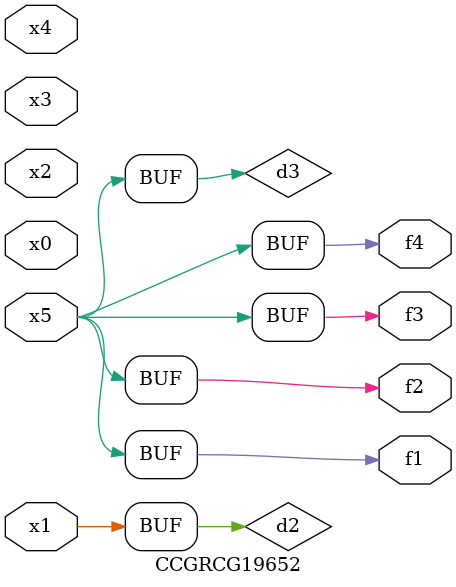
<source format=v>
module CCGRCG19652(
	input x0, x1, x2, x3, x4, x5,
	output f1, f2, f3, f4
);

	wire d1, d2, d3;

	not (d1, x5);
	or (d2, x1);
	xnor (d3, d1);
	assign f1 = d3;
	assign f2 = d3;
	assign f3 = d3;
	assign f4 = d3;
endmodule

</source>
